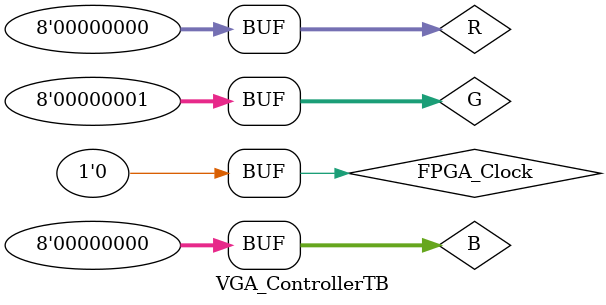
<source format=sv>
module VGA_ControllerTB();

	logic FPGA_Clock;
	logic [7:0] R,G,B;
	logic [7:0] VGA_R,VGA_G,VGA_B;
	logic VGA_Clock, VGA_SYNC_N, VGA_BLANK_N, VGA_HS, VGA_VS;
	logic [9:0] H_COUNT,V_COUNT;
	VGA_Controller uut(FPGA_Clock,R,G,B,VGA_R,VGA_G,VGA_B,VGA_Clock, VGA_SYNC_N, VGA_BLANK_N, VGA_HS, VGA_VS,H_COUNT,V_COUNT);

	initial begin
		R=8'b0;
		G=8'b1;
		B=8'b0;
		
		FPGA_Clock = 0;
		#10;
		FPGA_Clock=~FPGA_Clock;
		#10;
		FPGA_Clock=~FPGA_Clock;
		#10;
		FPGA_Clock=~FPGA_Clock;
		#10;
		FPGA_Clock=~FPGA_Clock;
		#10;
		FPGA_Clock=~FPGA_Clock;
		#10;
		FPGA_Clock=~FPGA_Clock;#10;
		FPGA_Clock=~FPGA_Clock;#10;
		FPGA_Clock=~FPGA_Clock;#10;
		FPGA_Clock=~FPGA_Clock;#10;
		FPGA_Clock=~FPGA_Clock;#10;
		FPGA_Clock=~FPGA_Clock;#10;
		FPGA_Clock=~FPGA_Clock;
		#10;
		FPGA_Clock=~FPGA_Clock;#10;
		FPGA_Clock=~FPGA_Clock;#10;
		FPGA_Clock=~FPGA_Clock;#10;
		FPGA_Clock=~FPGA_Clock;
		
	end

endmodule
</source>
